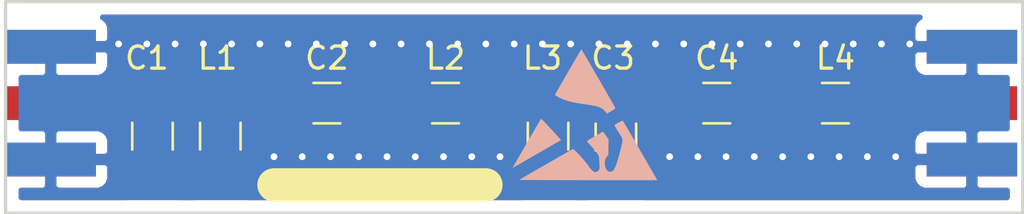
<source format=kicad_pcb>
(kicad_pcb (version 20171130) (host pcbnew "(5.0.1)-4")

  (general
    (thickness 1.6)
    (drawings 6)
    (tracks 113)
    (zones 0)
    (modules 11)
    (nets 7)
  )

  (page A4)
  (layers
    (0 F.Cu signal)
    (31 B.Cu signal)
    (32 B.Adhes user)
    (33 F.Adhes user)
    (34 B.Paste user)
    (35 F.Paste user)
    (36 B.SilkS user)
    (37 F.SilkS user)
    (38 B.Mask user)
    (39 F.Mask user)
    (40 Dwgs.User user)
    (41 Cmts.User user)
    (42 Eco1.User user)
    (43 Eco2.User user)
    (44 Edge.Cuts user)
    (45 Margin user)
    (46 B.CrtYd user)
    (47 F.CrtYd user)
    (48 B.Fab user)
    (49 F.Fab user)
  )

  (setup
    (last_trace_width 0.2032)
    (trace_clearance 0.2032)
    (zone_clearance 0.508)
    (zone_45_only no)
    (trace_min 0.2032)
    (segment_width 0.2)
    (edge_width 0.15)
    (via_size 0.6096)
    (via_drill 0.3048)
    (via_min_size 0.6096)
    (via_min_drill 0.3048)
    (uvia_size 0.3)
    (uvia_drill 0.1)
    (uvias_allowed no)
    (uvia_min_size 0.2)
    (uvia_min_drill 0.1)
    (pcb_text_width 0.3)
    (pcb_text_size 1.5 1.5)
    (mod_edge_width 0.15)
    (mod_text_size 1 1)
    (mod_text_width 0.15)
    (pad_size 1.524 1.524)
    (pad_drill 0.762)
    (pad_to_mask_clearance 0.051)
    (solder_mask_min_width 0.25)
    (aux_axis_origin 0 0)
    (grid_origin 52.07 132.715)
    (visible_elements 7FFFFFFF)
    (pcbplotparams
      (layerselection 0x010fc_ffffffff)
      (usegerberextensions false)
      (usegerberattributes false)
      (usegerberadvancedattributes false)
      (creategerberjobfile false)
      (excludeedgelayer true)
      (linewidth 0.100000)
      (plotframeref false)
      (viasonmask false)
      (mode 1)
      (useauxorigin false)
      (hpglpennumber 1)
      (hpglpenspeed 20)
      (hpglpendiameter 15.000000)
      (psnegative false)
      (psa4output false)
      (plotreference true)
      (plotvalue true)
      (plotinvisibletext false)
      (padsonsilk false)
      (subtractmaskfromsilk false)
      (outputformat 1)
      (mirror false)
      (drillshape 1)
      (scaleselection 1)
      (outputdirectory ""))
  )

  (net 0 "")
  (net 1 "Net-(C1-Pad1)")
  (net 2 GND)
  (net 3 "Net-(C2-Pad2)")
  (net 4 "Net-(C3-Pad1)")
  (net 5 "Net-(C4-Pad2)")
  (net 6 "Net-(J2-Pad1)")

  (net_class Default "This is the default net class."
    (clearance 0.2032)
    (trace_width 0.2032)
    (via_dia 0.6096)
    (via_drill 0.3048)
    (uvia_dia 0.3)
    (uvia_drill 0.1)
    (diff_pair_gap 0.2032)
    (diff_pair_width 0.2032)
    (add_net GND)
  )

  (net_class 50Ohm ""
    (clearance 0.37)
    (trace_width 1.8)
    (via_dia 0.6096)
    (via_drill 0.3048)
    (uvia_dia 0.3)
    (uvia_drill 0.1)
    (diff_pair_gap 0.2032)
    (diff_pair_width 0.2032)
    (add_net "Net-(C1-Pad1)")
    (add_net "Net-(C2-Pad2)")
    (add_net "Net-(C3-Pad1)")
    (add_net "Net-(C4-Pad2)")
    (add_net "Net-(J2-Pad1)")
  )

  (module Capacitor_SMD:C_1206_3216Metric_Pad1.42x1.75mm_HandSolder (layer F.Cu) (tedit 5B301BBE) (tstamp 5C245C31)
    (at 58.674 129.2495 270)
    (descr "Capacitor SMD 1206 (3216 Metric), square (rectangular) end terminal, IPC_7351 nominal with elongated pad for handsoldering. (Body size source: http://www.tortai-tech.com/upload/download/2011102023233369053.pdf), generated with kicad-footprint-generator")
    (tags "capacitor handsolder")
    (path /5C17E01E)
    (attr smd)
    (fp_text reference C1 (at -3.5195 0.254) (layer F.SilkS)
      (effects (font (size 1 1) (thickness 0.15)))
    )
    (fp_text value C (at 0 1.82 270) (layer F.Fab)
      (effects (font (size 1 1) (thickness 0.15)))
    )
    (fp_line (start -1.6 0.8) (end -1.6 -0.8) (layer F.Fab) (width 0.1))
    (fp_line (start -1.6 -0.8) (end 1.6 -0.8) (layer F.Fab) (width 0.1))
    (fp_line (start 1.6 -0.8) (end 1.6 0.8) (layer F.Fab) (width 0.1))
    (fp_line (start 1.6 0.8) (end -1.6 0.8) (layer F.Fab) (width 0.1))
    (fp_line (start -0.602064 -0.91) (end 0.602064 -0.91) (layer F.SilkS) (width 0.12))
    (fp_line (start -0.602064 0.91) (end 0.602064 0.91) (layer F.SilkS) (width 0.12))
    (fp_line (start -2.45 1.12) (end -2.45 -1.12) (layer F.CrtYd) (width 0.05))
    (fp_line (start -2.45 -1.12) (end 2.45 -1.12) (layer F.CrtYd) (width 0.05))
    (fp_line (start 2.45 -1.12) (end 2.45 1.12) (layer F.CrtYd) (width 0.05))
    (fp_line (start 2.45 1.12) (end -2.45 1.12) (layer F.CrtYd) (width 0.05))
    (fp_text user %R (at 0 0 270) (layer F.Fab)
      (effects (font (size 0.8 0.8) (thickness 0.12)))
    )
    (pad 1 smd roundrect (at -1.4875 0 270) (size 1.425 1.75) (layers F.Cu F.Paste F.Mask) (roundrect_rratio 0.175439)
      (net 1 "Net-(C1-Pad1)"))
    (pad 2 smd roundrect (at 1.4875 0 270) (size 1.425 1.75) (layers F.Cu F.Paste F.Mask) (roundrect_rratio 0.175439)
      (net 2 GND))
    (model ${KISYS3DMOD}/Capacitor_SMD.3dshapes/C_1206_3216Metric.wrl
      (at (xyz 0 0 0))
      (scale (xyz 1 1 1))
      (rotate (xyz 0 0 0))
    )
  )

  (module Capacitor_SMD:C_1206_3216Metric_Pad1.42x1.75mm_HandSolder (layer F.Cu) (tedit 5B301BBE) (tstamp 5C245C42)
    (at 66.5115 127.762)
    (descr "Capacitor SMD 1206 (3216 Metric), square (rectangular) end terminal, IPC_7351 nominal with elongated pad for handsoldering. (Body size source: http://www.tortai-tech.com/upload/download/2011102023233369053.pdf), generated with kicad-footprint-generator")
    (tags "capacitor handsolder")
    (path /5C17E2A0)
    (attr smd)
    (fp_text reference C2 (at 0 -2.032) (layer F.SilkS)
      (effects (font (size 1 1) (thickness 0.15)))
    )
    (fp_text value C (at 0 1.82) (layer F.Fab)
      (effects (font (size 1 1) (thickness 0.15)))
    )
    (fp_text user %R (at 0 0) (layer F.Fab)
      (effects (font (size 0.8 0.8) (thickness 0.12)))
    )
    (fp_line (start 2.45 1.12) (end -2.45 1.12) (layer F.CrtYd) (width 0.05))
    (fp_line (start 2.45 -1.12) (end 2.45 1.12) (layer F.CrtYd) (width 0.05))
    (fp_line (start -2.45 -1.12) (end 2.45 -1.12) (layer F.CrtYd) (width 0.05))
    (fp_line (start -2.45 1.12) (end -2.45 -1.12) (layer F.CrtYd) (width 0.05))
    (fp_line (start -0.602064 0.91) (end 0.602064 0.91) (layer F.SilkS) (width 0.12))
    (fp_line (start -0.602064 -0.91) (end 0.602064 -0.91) (layer F.SilkS) (width 0.12))
    (fp_line (start 1.6 0.8) (end -1.6 0.8) (layer F.Fab) (width 0.1))
    (fp_line (start 1.6 -0.8) (end 1.6 0.8) (layer F.Fab) (width 0.1))
    (fp_line (start -1.6 -0.8) (end 1.6 -0.8) (layer F.Fab) (width 0.1))
    (fp_line (start -1.6 0.8) (end -1.6 -0.8) (layer F.Fab) (width 0.1))
    (pad 2 smd roundrect (at 1.4875 0) (size 1.425 1.75) (layers F.Cu F.Paste F.Mask) (roundrect_rratio 0.175439)
      (net 3 "Net-(C2-Pad2)"))
    (pad 1 smd roundrect (at -1.4875 0) (size 1.425 1.75) (layers F.Cu F.Paste F.Mask) (roundrect_rratio 0.175439)
      (net 1 "Net-(C1-Pad1)"))
    (model ${KISYS3DMOD}/Capacitor_SMD.3dshapes/C_1206_3216Metric.wrl
      (at (xyz 0 0 0))
      (scale (xyz 1 1 1))
      (rotate (xyz 0 0 0))
    )
  )

  (module Capacitor_SMD:C_1206_3216Metric_Pad1.42x1.75mm_HandSolder (layer F.Cu) (tedit 5B301BBE) (tstamp 5C245C53)
    (at 79.502 129.286 270)
    (descr "Capacitor SMD 1206 (3216 Metric), square (rectangular) end terminal, IPC_7351 nominal with elongated pad for handsoldering. (Body size source: http://www.tortai-tech.com/upload/download/2011102023233369053.pdf), generated with kicad-footprint-generator")
    (tags "capacitor handsolder")
    (path /5C17E42B)
    (attr smd)
    (fp_text reference C3 (at -3.556 0.127) (layer F.SilkS)
      (effects (font (size 1 1) (thickness 0.15)))
    )
    (fp_text value C (at 0 1.82 270) (layer F.Fab)
      (effects (font (size 1 1) (thickness 0.15)))
    )
    (fp_line (start -1.6 0.8) (end -1.6 -0.8) (layer F.Fab) (width 0.1))
    (fp_line (start -1.6 -0.8) (end 1.6 -0.8) (layer F.Fab) (width 0.1))
    (fp_line (start 1.6 -0.8) (end 1.6 0.8) (layer F.Fab) (width 0.1))
    (fp_line (start 1.6 0.8) (end -1.6 0.8) (layer F.Fab) (width 0.1))
    (fp_line (start -0.602064 -0.91) (end 0.602064 -0.91) (layer F.SilkS) (width 0.12))
    (fp_line (start -0.602064 0.91) (end 0.602064 0.91) (layer F.SilkS) (width 0.12))
    (fp_line (start -2.45 1.12) (end -2.45 -1.12) (layer F.CrtYd) (width 0.05))
    (fp_line (start -2.45 -1.12) (end 2.45 -1.12) (layer F.CrtYd) (width 0.05))
    (fp_line (start 2.45 -1.12) (end 2.45 1.12) (layer F.CrtYd) (width 0.05))
    (fp_line (start 2.45 1.12) (end -2.45 1.12) (layer F.CrtYd) (width 0.05))
    (fp_text user %R (at 0 0 270) (layer F.Fab)
      (effects (font (size 0.8 0.8) (thickness 0.12)))
    )
    (pad 1 smd roundrect (at -1.4875 0 270) (size 1.425 1.75) (layers F.Cu F.Paste F.Mask) (roundrect_rratio 0.175439)
      (net 4 "Net-(C3-Pad1)"))
    (pad 2 smd roundrect (at 1.4875 0 270) (size 1.425 1.75) (layers F.Cu F.Paste F.Mask) (roundrect_rratio 0.175439)
      (net 2 GND))
    (model ${KISYS3DMOD}/Capacitor_SMD.3dshapes/C_1206_3216Metric.wrl
      (at (xyz 0 0 0))
      (scale (xyz 1 1 1))
      (rotate (xyz 0 0 0))
    )
  )

  (module Capacitor_SMD:C_1206_3216Metric_Pad1.42x1.75mm_HandSolder (layer F.Cu) (tedit 5B301BBE) (tstamp 5C245C64)
    (at 84.0375 127.762)
    (descr "Capacitor SMD 1206 (3216 Metric), square (rectangular) end terminal, IPC_7351 nominal with elongated pad for handsoldering. (Body size source: http://www.tortai-tech.com/upload/download/2011102023233369053.pdf), generated with kicad-footprint-generator")
    (tags "capacitor handsolder")
    (path /5C17E4E3)
    (attr smd)
    (fp_text reference C4 (at 0 -2.032) (layer F.SilkS)
      (effects (font (size 1 1) (thickness 0.15)))
    )
    (fp_text value C (at 0 1.82) (layer F.Fab)
      (effects (font (size 1 1) (thickness 0.15)))
    )
    (fp_text user %R (at 2.604999 0) (layer F.Fab)
      (effects (font (size 0.8 0.8) (thickness 0.12)))
    )
    (fp_line (start 2.45 1.12) (end -2.45 1.12) (layer F.CrtYd) (width 0.05))
    (fp_line (start 2.45 -1.12) (end 2.45 1.12) (layer F.CrtYd) (width 0.05))
    (fp_line (start -2.45 -1.12) (end 2.45 -1.12) (layer F.CrtYd) (width 0.05))
    (fp_line (start -2.45 1.12) (end -2.45 -1.12) (layer F.CrtYd) (width 0.05))
    (fp_line (start -0.602064 0.91) (end 0.602064 0.91) (layer F.SilkS) (width 0.12))
    (fp_line (start -0.602064 -0.91) (end 0.602064 -0.91) (layer F.SilkS) (width 0.12))
    (fp_line (start 1.6 0.8) (end -1.6 0.8) (layer F.Fab) (width 0.1))
    (fp_line (start 1.6 -0.8) (end 1.6 0.8) (layer F.Fab) (width 0.1))
    (fp_line (start -1.6 -0.8) (end 1.6 -0.8) (layer F.Fab) (width 0.1))
    (fp_line (start -1.6 0.8) (end -1.6 -0.8) (layer F.Fab) (width 0.1))
    (pad 2 smd roundrect (at 1.4875 0) (size 1.425 1.75) (layers F.Cu F.Paste F.Mask) (roundrect_rratio 0.175439)
      (net 5 "Net-(C4-Pad2)"))
    (pad 1 smd roundrect (at -1.4875 0) (size 1.425 1.75) (layers F.Cu F.Paste F.Mask) (roundrect_rratio 0.175439)
      (net 4 "Net-(C3-Pad1)"))
    (model ${KISYS3DMOD}/Capacitor_SMD.3dshapes/C_1206_3216Metric.wrl
      (at (xyz 0 0 0))
      (scale (xyz 1 1 1))
      (rotate (xyz 0 0 0))
    )
  )

  (module Inductor_SMD:L_1206_3216Metric_Pad1.42x1.75mm_HandSolder (layer F.Cu) (tedit 5B301BBE) (tstamp 5C245E84)
    (at 61.722 129.2495 270)
    (descr "Capacitor SMD 1206 (3216 Metric), square (rectangular) end terminal, IPC_7351 nominal with elongated pad for handsoldering. (Body size source: http://www.tortai-tech.com/upload/download/2011102023233369053.pdf), generated with kicad-footprint-generator")
    (tags "inductor handsolder")
    (path /5C17E0AC)
    (attr smd)
    (fp_text reference L1 (at -3.5195 0.127) (layer F.SilkS)
      (effects (font (size 1 1) (thickness 0.15)))
    )
    (fp_text value L (at 0 1.82 270) (layer F.Fab)
      (effects (font (size 1 1) (thickness 0.15)))
    )
    (fp_line (start -1.6 0.8) (end -1.6 -0.8) (layer F.Fab) (width 0.1))
    (fp_line (start -1.6 -0.8) (end 1.6 -0.8) (layer F.Fab) (width 0.1))
    (fp_line (start 1.6 -0.8) (end 1.6 0.8) (layer F.Fab) (width 0.1))
    (fp_line (start 1.6 0.8) (end -1.6 0.8) (layer F.Fab) (width 0.1))
    (fp_line (start -0.602064 -0.91) (end 0.602064 -0.91) (layer F.SilkS) (width 0.12))
    (fp_line (start -0.602064 0.91) (end 0.602064 0.91) (layer F.SilkS) (width 0.12))
    (fp_line (start -2.45 1.12) (end -2.45 -1.12) (layer F.CrtYd) (width 0.05))
    (fp_line (start -2.45 -1.12) (end 2.45 -1.12) (layer F.CrtYd) (width 0.05))
    (fp_line (start 2.45 -1.12) (end 2.45 1.12) (layer F.CrtYd) (width 0.05))
    (fp_line (start 2.45 1.12) (end -2.45 1.12) (layer F.CrtYd) (width 0.05))
    (fp_text user %R (at 0 0 270) (layer F.Fab)
      (effects (font (size 0.8 0.8) (thickness 0.12)))
    )
    (pad 1 smd roundrect (at -1.4875 0 270) (size 1.425 1.75) (layers F.Cu F.Paste F.Mask) (roundrect_rratio 0.175439)
      (net 1 "Net-(C1-Pad1)"))
    (pad 2 smd roundrect (at 1.4875 0 270) (size 1.425 1.75) (layers F.Cu F.Paste F.Mask) (roundrect_rratio 0.175439)
      (net 2 GND))
    (model ${KISYS3DMOD}/Inductor_SMD.3dshapes/L_1206_3216Metric.wrl
      (at (xyz 0 0 0))
      (scale (xyz 1 1 1))
      (rotate (xyz 0 0 0))
    )
  )

  (module Inductor_SMD:L_1206_3216Metric_Pad1.42x1.75mm_HandSolder (layer F.Cu) (tedit 5B301BBE) (tstamp 5C245C86)
    (at 71.8455 127.762)
    (descr "Capacitor SMD 1206 (3216 Metric), square (rectangular) end terminal, IPC_7351 nominal with elongated pad for handsoldering. (Body size source: http://www.tortai-tech.com/upload/download/2011102023233369053.pdf), generated with kicad-footprint-generator")
    (tags "inductor handsolder")
    (path /5C17E23C)
    (attr smd)
    (fp_text reference L2 (at 0 -2.032) (layer F.SilkS)
      (effects (font (size 1 1) (thickness 0.15)))
    )
    (fp_text value L (at 0 1.82) (layer F.Fab)
      (effects (font (size 1 1) (thickness 0.15)))
    )
    (fp_text user %R (at 0 0) (layer F.Fab)
      (effects (font (size 0.8 0.8) (thickness 0.12)))
    )
    (fp_line (start 2.45 1.12) (end -2.45 1.12) (layer F.CrtYd) (width 0.05))
    (fp_line (start 2.45 -1.12) (end 2.45 1.12) (layer F.CrtYd) (width 0.05))
    (fp_line (start -2.45 -1.12) (end 2.45 -1.12) (layer F.CrtYd) (width 0.05))
    (fp_line (start -2.45 1.12) (end -2.45 -1.12) (layer F.CrtYd) (width 0.05))
    (fp_line (start -0.602064 0.91) (end 0.602064 0.91) (layer F.SilkS) (width 0.12))
    (fp_line (start -0.602064 -0.91) (end 0.602064 -0.91) (layer F.SilkS) (width 0.12))
    (fp_line (start 1.6 0.8) (end -1.6 0.8) (layer F.Fab) (width 0.1))
    (fp_line (start 1.6 -0.8) (end 1.6 0.8) (layer F.Fab) (width 0.1))
    (fp_line (start -1.6 -0.8) (end 1.6 -0.8) (layer F.Fab) (width 0.1))
    (fp_line (start -1.6 0.8) (end -1.6 -0.8) (layer F.Fab) (width 0.1))
    (pad 2 smd roundrect (at 1.4875 0) (size 1.425 1.75) (layers F.Cu F.Paste F.Mask) (roundrect_rratio 0.175439)
      (net 4 "Net-(C3-Pad1)"))
    (pad 1 smd roundrect (at -1.4875 0) (size 1.425 1.75) (layers F.Cu F.Paste F.Mask) (roundrect_rratio 0.175439)
      (net 3 "Net-(C2-Pad2)"))
    (model ${KISYS3DMOD}/Inductor_SMD.3dshapes/L_1206_3216Metric.wrl
      (at (xyz 0 0 0))
      (scale (xyz 1 1 1))
      (rotate (xyz 0 0 0))
    )
  )

  (module Inductor_SMD:L_1206_3216Metric_Pad1.42x1.75mm_HandSolder (layer F.Cu) (tedit 5B301BBE) (tstamp 5C245C97)
    (at 76.454 129.2495 270)
    (descr "Capacitor SMD 1206 (3216 Metric), square (rectangular) end terminal, IPC_7351 nominal with elongated pad for handsoldering. (Body size source: http://www.tortai-tech.com/upload/download/2011102023233369053.pdf), generated with kicad-footprint-generator")
    (tags "inductor handsolder")
    (path /5C17E483)
    (attr smd)
    (fp_text reference L3 (at -3.5195 0.254) (layer F.SilkS)
      (effects (font (size 1 1) (thickness 0.15)))
    )
    (fp_text value L (at 0 1.82 270) (layer F.Fab)
      (effects (font (size 1 1) (thickness 0.15)))
    )
    (fp_line (start -1.6 0.8) (end -1.6 -0.8) (layer F.Fab) (width 0.1))
    (fp_line (start -1.6 -0.8) (end 1.6 -0.8) (layer F.Fab) (width 0.1))
    (fp_line (start 1.6 -0.8) (end 1.6 0.8) (layer F.Fab) (width 0.1))
    (fp_line (start 1.6 0.8) (end -1.6 0.8) (layer F.Fab) (width 0.1))
    (fp_line (start -0.602064 -0.91) (end 0.602064 -0.91) (layer F.SilkS) (width 0.12))
    (fp_line (start -0.602064 0.91) (end 0.602064 0.91) (layer F.SilkS) (width 0.12))
    (fp_line (start -2.45 1.12) (end -2.45 -1.12) (layer F.CrtYd) (width 0.05))
    (fp_line (start -2.45 -1.12) (end 2.45 -1.12) (layer F.CrtYd) (width 0.05))
    (fp_line (start 2.45 -1.12) (end 2.45 1.12) (layer F.CrtYd) (width 0.05))
    (fp_line (start 2.45 1.12) (end -2.45 1.12) (layer F.CrtYd) (width 0.05))
    (fp_text user %R (at 0 0 270) (layer F.Fab)
      (effects (font (size 0.8 0.8) (thickness 0.12)))
    )
    (pad 1 smd roundrect (at -1.4875 0 270) (size 1.425 1.75) (layers F.Cu F.Paste F.Mask) (roundrect_rratio 0.175439)
      (net 4 "Net-(C3-Pad1)"))
    (pad 2 smd roundrect (at 1.4875 0 270) (size 1.425 1.75) (layers F.Cu F.Paste F.Mask) (roundrect_rratio 0.175439)
      (net 2 GND))
    (model ${KISYS3DMOD}/Inductor_SMD.3dshapes/L_1206_3216Metric.wrl
      (at (xyz 0 0 0))
      (scale (xyz 1 1 1))
      (rotate (xyz 0 0 0))
    )
  )

  (module Inductor_SMD:L_1206_3216Metric_Pad1.42x1.75mm_HandSolder (layer F.Cu) (tedit 5B301BBE) (tstamp 5C245CA8)
    (at 89.3715 127.762)
    (descr "Capacitor SMD 1206 (3216 Metric), square (rectangular) end terminal, IPC_7351 nominal with elongated pad for handsoldering. (Body size source: http://www.tortai-tech.com/upload/download/2011102023233369053.pdf), generated with kicad-footprint-generator")
    (tags "inductor handsolder")
    (path /5C17E53B)
    (attr smd)
    (fp_text reference L4 (at 0 -2.032) (layer F.SilkS)
      (effects (font (size 1 1) (thickness 0.15)))
    )
    (fp_text value L (at 0 1.82) (layer F.Fab)
      (effects (font (size 1 1) (thickness 0.15)))
    )
    (fp_text user %R (at 0 0) (layer F.Fab)
      (effects (font (size 0.8 0.8) (thickness 0.12)))
    )
    (fp_line (start 2.45 1.12) (end -2.45 1.12) (layer F.CrtYd) (width 0.05))
    (fp_line (start 2.45 -1.12) (end 2.45 1.12) (layer F.CrtYd) (width 0.05))
    (fp_line (start -2.45 -1.12) (end 2.45 -1.12) (layer F.CrtYd) (width 0.05))
    (fp_line (start -2.45 1.12) (end -2.45 -1.12) (layer F.CrtYd) (width 0.05))
    (fp_line (start -0.602064 0.91) (end 0.602064 0.91) (layer F.SilkS) (width 0.12))
    (fp_line (start -0.602064 -0.91) (end 0.602064 -0.91) (layer F.SilkS) (width 0.12))
    (fp_line (start 1.6 0.8) (end -1.6 0.8) (layer F.Fab) (width 0.1))
    (fp_line (start 1.6 -0.8) (end 1.6 0.8) (layer F.Fab) (width 0.1))
    (fp_line (start -1.6 -0.8) (end 1.6 -0.8) (layer F.Fab) (width 0.1))
    (fp_line (start -1.6 0.8) (end -1.6 -0.8) (layer F.Fab) (width 0.1))
    (pad 2 smd roundrect (at 1.4875 0) (size 1.425 1.75) (layers F.Cu F.Paste F.Mask) (roundrect_rratio 0.175439)
      (net 6 "Net-(J2-Pad1)"))
    (pad 1 smd roundrect (at -1.4875 0) (size 1.425 1.75) (layers F.Cu F.Paste F.Mask) (roundrect_rratio 0.175439)
      (net 5 "Net-(C4-Pad2)"))
    (model ${KISYS3DMOD}/Inductor_SMD.3dshapes/L_1206_3216Metric.wrl
      (at (xyz 0 0 0))
      (scale (xyz 1 1 1))
      (rotate (xyz 0 0 0))
    )
  )

  (module RFLego_Footprint:SMA_Edge (layer F.Cu) (tedit 5C17E584) (tstamp 5C245DC3)
    (at 52.07 127.762)
    (path /5C17DF8A)
    (fp_text reference J1 (at 5.715 -2.667) (layer F.SilkS) hide
      (effects (font (size 1 1) (thickness 0.15)))
    )
    (fp_text value SMA (at 1.27 6.35) (layer F.Fab) hide
      (effects (font (size 1 1) (thickness 0.15)))
    )
    (pad 2 smd rect (at 2.032 2.54) (size 4.064 1.524) (layers F.Cu F.Mask)
      (net 2 GND))
    (pad 2 smd rect (at 2.032 -2.54) (size 4.064 1.524) (layers B.Cu B.Mask)
      (net 2 GND))
    (pad 2 smd rect (at 2.032 2.54) (size 4.064 1.524) (layers B.Cu B.Mask)
      (net 2 GND))
    (pad 2 smd rect (at 2.032 -2.54) (size 4.064 1.524) (layers F.Cu F.Mask)
      (net 2 GND))
    (pad 1 smd rect (at 2.032 0) (size 4.064 1.524) (layers F.Cu F.Mask)
      (net 1 "Net-(C1-Pad1)"))
  )

  (module RFLego_Footprint:SMA_Edge (layer F.Cu) (tedit 5C17E57F) (tstamp 5C245DCC)
    (at 93.472 127.762)
    (path /5C17DF1C)
    (fp_text reference J2 (at -1.397 -2.667) (layer F.SilkS) hide
      (effects (font (size 1 1) (thickness 0.15)))
    )
    (fp_text value SMA (at 1.27 6.35) (layer F.Fab) hide
      (effects (font (size 1 1) (thickness 0.15)))
    )
    (pad 2 smd rect (at 2.032 2.54) (size 4.064 1.524) (layers F.Cu F.Mask)
      (net 2 GND))
    (pad 2 smd rect (at 2.032 -2.54) (size 4.064 1.524) (layers B.Cu B.Mask)
      (net 2 GND))
    (pad 2 smd rect (at 2.032 2.54) (size 4.064 1.524) (layers B.Cu B.Mask)
      (net 2 GND))
    (pad 2 smd rect (at 2.032 -2.54) (size 4.064 1.524) (layers F.Cu F.Mask)
      (net 2 GND))
    (pad 1 smd rect (at 2.032 0) (size 4.064 1.524) (layers F.Cu F.Mask)
      (net 6 "Net-(J2-Pad1)"))
  )

  (module Symbol:ESD-Logo_6.6x6mm_SilkScreen (layer B.Cu) (tedit 0) (tstamp 5C245FF3)
    (at 78.105 128.27 180)
    (descr "Electrostatic discharge Logo")
    (tags "Logo ESD")
    (attr virtual)
    (fp_text reference REF** (at 0 0 180) (layer B.SilkS) hide
      (effects (font (size 1 1) (thickness 0.15)) (justify mirror))
    )
    (fp_text value ESD-Logo_6.6x6mm_SilkScreen (at 0.75 0 180) (layer B.Fab) hide
      (effects (font (size 1 1) (thickness 0.15)) (justify mirror))
    )
    (fp_poly (pts (xy 0.164043 2.914165) (xy 0.187065 2.876755) (xy 0.222534 2.817486) (xy 0.268996 2.738882)
      (xy 0.324996 2.643462) (xy 0.389081 2.53375) (xy 0.459796 2.412266) (xy 0.535687 2.281532)
      (xy 0.615299 2.14407) (xy 0.697178 2.002402) (xy 0.77987 1.859049) (xy 0.861921 1.716533)
      (xy 0.941876 1.577376) (xy 1.018281 1.444099) (xy 1.089682 1.319224) (xy 1.154624 1.205273)
      (xy 1.211653 1.104767) (xy 1.259315 1.020228) (xy 1.296155 0.954178) (xy 1.32072 0.909138)
      (xy 1.331554 0.88763) (xy 1.331951 0.886286) (xy 1.318501 0.868035) (xy 1.281114 0.840118)
      (xy 1.224235 0.805275) (xy 1.152312 0.766246) (xy 1.077015 0.729157) (xy 0.97456 0.684183)
      (xy 0.866817 0.643774) (xy 0.750073 0.607031) (xy 0.620618 0.573058) (xy 0.47474 0.540956)
      (xy 0.308726 0.509827) (xy 0.118866 0.478773) (xy -0.077531 0.449855) (xy -0.248166 0.4242)
      (xy -0.391455 0.398802) (xy -0.510992 0.372398) (xy -0.61037 0.343727) (xy -0.693182 0.311527)
      (xy -0.763022 0.274535) (xy -0.823482 0.231488) (xy -0.878155 0.181125) (xy -0.895786 0.162417)
      (xy -0.934 0.118861) (xy -0.962268 0.083318) (xy -0.975382 0.062417) (xy -0.975732 0.060703)
      (xy -0.98032 0.050194) (xy -0.996242 0.050076) (xy -1.026734 0.061746) (xy -1.075032 0.086604)
      (xy -1.144373 0.126048) (xy -1.192561 0.154413) (xy -1.264417 0.198753) (xy -1.320258 0.236721)
      (xy -1.356333 0.265584) (xy -1.368887 0.282612) (xy -1.368879 0.282736) (xy -1.361094 0.298963)
      (xy -1.339108 0.3396) (xy -1.304197 0.402433) (xy -1.257637 0.485248) (xy -1.200705 0.585828)
      (xy -1.134677 0.70196) (xy -1.060828 0.831429) (xy -0.980436 0.97202) (xy -0.894776 1.121518)
      (xy -0.805124 1.277708) (xy -0.712757 1.438376) (xy -0.618951 1.601307) (xy -0.524982 1.764287)
      (xy -0.432126 1.9251) (xy -0.34166 2.081532) (xy -0.254859 2.231367) (xy -0.173 2.372392)
      (xy -0.097359 2.502391) (xy -0.029213 2.619151) (xy 0.030163 2.720455) (xy 0.079493 2.804089)
      (xy 0.1175 2.867838) (xy 0.142907 2.909489) (xy 0.15444 2.926825) (xy 0.154923 2.927195)
      (xy 0.164043 2.914165)) (layer B.SilkS) (width 0.01))
    (fp_poly (pts (xy 1.987528 -0.234619) (xy 1.998908 -0.253693) (xy 2.024488 -0.297421) (xy 2.063002 -0.363619)
      (xy 2.113186 -0.450102) (xy 2.173775 -0.554685) (xy 2.243503 -0.675183) (xy 2.321107 -0.809412)
      (xy 2.40532 -0.955187) (xy 2.494879 -1.110323) (xy 2.586998 -1.27) (xy 2.681076 -1.433117)
      (xy 2.771402 -1.589709) (xy 2.856665 -1.737506) (xy 2.935557 -1.87424) (xy 3.006769 -1.997642)
      (xy 3.068991 -2.105444) (xy 3.120913 -2.195377) (xy 3.161228 -2.265173) (xy 3.188624 -2.312564)
      (xy 3.201507 -2.334786) (xy 3.222507 -2.37233) (xy 3.233925 -2.395831) (xy 3.234551 -2.39992)
      (xy 3.220636 -2.392242) (xy 3.181941 -2.370203) (xy 3.120487 -2.334971) (xy 3.038298 -2.287711)
      (xy 2.937396 -2.229589) (xy 2.819805 -2.161771) (xy 2.687546 -2.085424) (xy 2.542642 -2.001714)
      (xy 2.387117 -1.911806) (xy 2.222992 -1.816867) (xy 2.160549 -1.780732) (xy 1.993487 -1.684083)
      (xy 1.834074 -1.591938) (xy 1.684355 -1.505475) (xy 1.546376 -1.425871) (xy 1.422185 -1.354305)
      (xy 1.313827 -1.291955) (xy 1.223348 -1.239998) (xy 1.152796 -1.199613) (xy 1.104215 -1.171978)
      (xy 1.079654 -1.158272) (xy 1.077085 -1.156974) (xy 1.084569 -1.14522) (xy 1.110614 -1.113795)
      (xy 1.152559 -1.065594) (xy 1.207746 -1.00351) (xy 1.273517 -0.930439) (xy 1.347212 -0.849276)
      (xy 1.426173 -0.762916) (xy 1.50774 -0.674253) (xy 1.589254 -0.586182) (xy 1.668057 -0.501599)
      (xy 1.74149 -0.423397) (xy 1.806893 -0.354472) (xy 1.861608 -0.297719) (xy 1.902977 -0.256032)
      (xy 1.917164 -0.242363) (xy 1.96418 -0.198201) (xy 1.987528 -0.234619)) (layer B.SilkS) (width 0.01))
    (fp_poly (pts (xy -1.677906 -0.291158) (xy -1.645381 -0.303736) (xy -1.595807 -0.328712) (xy -1.524626 -0.367876)
      (xy -1.519084 -0.370988) (xy -1.453526 -0.408476) (xy -1.398202 -0.441319) (xy -1.358545 -0.466205)
      (xy -1.339988 -0.47982) (xy -1.339469 -0.480487) (xy -1.343952 -0.49939) (xy -1.364514 -0.541605)
      (xy -1.399817 -0.604832) (xy -1.44852 -0.686772) (xy -1.509282 -0.785122) (xy -1.580764 -0.897585)
      (xy -1.598555 -0.925165) (xy -1.644907 -1.001699) (xy -1.678658 -1.067556) (xy -1.696847 -1.116782)
      (xy -1.698714 -1.126507) (xy -1.697885 -1.169312) (xy -1.688606 -1.237209) (xy -1.672032 -1.325843)
      (xy -1.64932 -1.430859) (xy -1.621627 -1.547902) (xy -1.59011 -1.672616) (xy -1.555925 -1.800645)
      (xy -1.520229 -1.927634) (xy -1.484179 -2.049228) (xy -1.448932 -2.161072) (xy -1.415644 -2.25881)
      (xy -1.385472 -2.338087) (xy -1.364439 -2.385122) (xy -1.339663 -2.435225) (xy -1.31627 -2.483168)
      (xy -1.315003 -2.485793) (xy -1.276301 -2.53422) (xy -1.219816 -2.566828) (xy -1.154061 -2.582454)
      (xy -1.087549 -2.579937) (xy -1.028795 -2.558114) (xy -0.995742 -2.529382) (xy -0.948141 -2.450583)
      (xy -0.913261 -2.352378) (xy -0.894123 -2.244779) (xy -0.891412 -2.18378) (xy -0.90233 -2.069935)
      (xy -0.934376 -1.97566) (xy -0.989274 -1.896379) (xy -1.006393 -1.878733) (xy -1.057339 -1.829235)
      (xy -1.060837 -1.479362) (xy -1.064336 -1.129489) (xy -0.975182 -0.994531) (xy -0.933346 -0.933445)
      (xy -0.893055 -0.878493) (xy -0.860057 -0.837336) (xy -0.845874 -0.822192) (xy -0.805719 -0.78481)
      (xy -0.751335 -0.814098) (xy -0.716961 -0.835084) (xy -0.698154 -0.851378) (xy -0.696951 -0.854307)
      (xy -0.684097 -0.866728) (xy -0.662104 -0.875977) (xy -0.64085 -0.884313) (xy -0.608306 -0.900149)
      (xy -0.561678 -0.925033) (xy -0.498171 -0.960509) (xy -0.414992 -1.008123) (xy -0.309347 -1.069422)
      (xy -0.251938 -1.102932) (xy -0.184406 -1.143071) (xy -0.140115 -1.171659) (xy -0.115145 -1.192039)
      (xy -0.105577 -1.207553) (xy -0.107492 -1.221546) (xy -0.109089 -1.224796) (xy -0.124624 -1.245266)
      (xy -0.157864 -1.283665) (xy -0.204938 -1.335696) (xy -0.261972 -1.397066) (xy -0.3113 -1.44909)
      (xy -0.42497 -1.572567) (xy -0.513895 -1.679591) (xy -0.578866 -1.77124) (xy -0.620679 -1.848588)
      (xy -0.634783 -1.887866) (xy -0.640608 -1.922249) (xy -0.646625 -1.980899) (xy -0.652304 -2.057117)
      (xy -0.657116 -2.144202) (xy -0.659381 -2.199268) (xy -0.662541 -2.294464) (xy -0.663931 -2.364062)
      (xy -0.663142 -2.413409) (xy -0.659765 -2.447854) (xy -0.653392 -2.472743) (xy -0.643613 -2.493425)
      (xy -0.635933 -2.506053) (xy -0.591579 -2.554726) (xy -0.534426 -2.588645) (xy -0.474292 -2.603438)
      (xy -0.429227 -2.598086) (xy -0.388424 -2.57493) (xy -0.337276 -2.533462) (xy -0.282958 -2.480912)
      (xy -0.232643 -2.424516) (xy -0.193506 -2.371505) (xy -0.179095 -2.345889) (xy -0.157509 -2.310814)
      (xy -0.118247 -2.257389) (xy -0.064898 -2.189789) (xy -0.001048 -2.11219) (xy 0.069715 -2.028768)
      (xy 0.143804 -1.943698) (xy 0.217632 -1.861155) (xy 0.287611 -1.785316) (xy 0.350155 -1.720356)
      (xy 0.39926 -1.672669) (xy 0.453779 -1.625032) (xy 0.499642 -1.589908) (xy 0.531811 -1.570949)
      (xy 0.542489 -1.568864) (xy 0.558853 -1.577274) (xy 0.599671 -1.599846) (xy 0.662586 -1.635224)
      (xy 0.745244 -1.682054) (xy 0.845289 -1.738981) (xy 0.960366 -1.804649) (xy 1.088119 -1.877703)
      (xy 1.226194 -1.956788) (xy 1.372234 -2.040548) (xy 1.523884 -2.127629) (xy 1.67879 -2.216676)
      (xy 1.834595 -2.306332) (xy 1.988944 -2.395243) (xy 2.139482 -2.482054) (xy 2.283854 -2.565409)
      (xy 2.419704 -2.643954) (xy 2.544677 -2.716333) (xy 2.656417 -2.78119) (xy 2.75257 -2.837171)
      (xy 2.830779 -2.88292) (xy 2.888689 -2.917083) (xy 2.923946 -2.938304) (xy 2.934165 -2.944963)
      (xy 2.920402 -2.94628) (xy 2.877104 -2.947559) (xy 2.805714 -2.948796) (xy 2.707673 -2.949983)
      (xy 2.584422 -2.951115) (xy 2.437403 -2.952186) (xy 2.268057 -2.953189) (xy 2.077826 -2.954119)
      (xy 1.868151 -2.954968) (xy 1.640473 -2.955732) (xy 1.396235 -2.956403) (xy 1.136877 -2.956976)
      (xy 0.863841 -2.957444) (xy 0.578568 -2.957802) (xy 0.2825 -2.958042) (xy -0.022921 -2.958159)
      (xy -0.151076 -2.958171) (xy -3.25103 -2.958171) (xy -3.029947 -2.574847) (xy -2.983144 -2.49368)
      (xy -2.922898 -2.389166) (xy -2.851222 -2.264801) (xy -2.770131 -2.124082) (xy -2.681638 -1.970503)
      (xy -2.58776 -1.807562) (xy -2.490509 -1.638754) (xy -2.3919 -1.467575) (xy -2.293947 -1.297521)
      (xy -2.269175 -1.254512) (xy -2.178848 -1.097857) (xy -2.092711 -0.948803) (xy -2.012058 -0.809568)
      (xy -1.938184 -0.682371) (xy -1.872383 -0.569432) (xy -1.81595 -0.472968) (xy -1.770179 -0.3952)
      (xy -1.736365 -0.338346) (xy -1.715802 -0.304625) (xy -1.710047 -0.29604) (xy -1.697942 -0.289189)
      (xy -1.677906 -0.291158)) (layer B.SilkS) (width 0.01))
  )

  (gr_line (start 52.07 123.19) (end 52.705 123.19) (layer Edge.Cuts) (width 0.15))
  (gr_line (start 52.07 132.715) (end 52.07 123.19) (layer Edge.Cuts) (width 0.15))
  (gr_line (start 97.79 132.715) (end 52.07 132.715) (layer Edge.Cuts) (width 0.15))
  (gr_line (start 97.79 123.19) (end 97.79 132.715) (layer Edge.Cuts) (width 0.15))
  (gr_line (start 52.07 123.19) (end 97.79 123.19) (layer Edge.Cuts) (width 0.15))
  (gr_line (start 64.135 131.445) (end 73.66 131.445) (layer F.SilkS) (width 1.5))

  (segment (start 54.102 127.762) (end 58.674 127.762) (width 1.8) (layer F.Cu) (net 1))
  (segment (start 58.674 127.762) (end 61.722 127.762) (width 1.8) (layer F.Cu) (net 1))
  (segment (start 61.722 127.762) (end 65.024 127.762) (width 1.8) (layer F.Cu) (net 1))
  (segment (start 61.722 130.737) (end 63.573 130.737) (width 0.2032) (layer F.Cu) (net 2))
  (via (at 64.135 130.175) (size 0.6096) (drill 0.3048) (layers F.Cu B.Cu) (net 2))
  (segment (start 63.573 130.737) (end 64.135 130.175) (width 0.2032) (layer F.Cu) (net 2))
  (via (at 65.405 130.175) (size 0.6096) (drill 0.3048) (layers F.Cu B.Cu) (net 2))
  (segment (start 64.135 130.175) (end 65.405 130.175) (width 0.2032) (layer B.Cu) (net 2))
  (via (at 66.675 130.175) (size 0.6096) (drill 0.3048) (layers F.Cu B.Cu) (net 2))
  (segment (start 65.405 130.175) (end 66.675 130.175) (width 0.2032) (layer F.Cu) (net 2))
  (via (at 67.945 130.175) (size 0.6096) (drill 0.3048) (layers F.Cu B.Cu) (net 2))
  (segment (start 66.675 130.175) (end 67.945 130.175) (width 0.2032) (layer B.Cu) (net 2))
  (via (at 69.215 130.175) (size 0.6096) (drill 0.3048) (layers F.Cu B.Cu) (net 2))
  (segment (start 67.945 130.175) (end 69.215 130.175) (width 0.2032) (layer F.Cu) (net 2))
  (via (at 70.485 130.175) (size 0.6096) (drill 0.3048) (layers F.Cu B.Cu) (net 2))
  (segment (start 69.215 130.175) (end 70.485 130.175) (width 0.2032) (layer B.Cu) (net 2))
  (via (at 71.755 130.175) (size 0.6096) (drill 0.3048) (layers F.Cu B.Cu) (net 2))
  (segment (start 70.485 130.175) (end 71.755 130.175) (width 0.2032) (layer F.Cu) (net 2))
  (via (at 73.025 130.175) (size 0.6096) (drill 0.3048) (layers F.Cu B.Cu) (net 2))
  (segment (start 71.755 130.175) (end 73.025 130.175) (width 0.2032) (layer B.Cu) (net 2))
  (segment (start 73.025 130.175) (end 74.295 130.175) (width 0.2032) (layer F.Cu) (net 2))
  (via (at 74.295 130.175) (size 0.6096) (drill 0.3048) (layers F.Cu B.Cu) (net 2))
  (via (at 57.15 125.095) (size 0.6096) (drill 0.3048) (layers F.Cu B.Cu) (net 2))
  (segment (start 54.102 125.222) (end 57.023 125.222) (width 0.2032) (layer F.Cu) (net 2))
  (segment (start 57.023 125.222) (end 57.15 125.095) (width 0.2032) (layer F.Cu) (net 2))
  (via (at 58.42 125.095) (size 0.6096) (drill 0.3048) (layers F.Cu B.Cu) (net 2))
  (segment (start 57.15 125.095) (end 58.42 125.095) (width 0.2032) (layer B.Cu) (net 2))
  (via (at 59.69 125.095) (size 0.6096) (drill 0.3048) (layers F.Cu B.Cu) (net 2))
  (segment (start 58.42 125.095) (end 59.69 125.095) (width 0.2032) (layer F.Cu) (net 2))
  (via (at 60.96 125.095) (size 0.6096) (drill 0.3048) (layers F.Cu B.Cu) (net 2))
  (segment (start 59.69 125.095) (end 60.96 125.095) (width 0.2032) (layer B.Cu) (net 2))
  (via (at 62.23 125.095) (size 0.6096) (drill 0.3048) (layers F.Cu B.Cu) (net 2))
  (segment (start 60.96 125.095) (end 62.23 125.095) (width 0.2032) (layer F.Cu) (net 2))
  (via (at 63.5 125.095) (size 0.6096) (drill 0.3048) (layers F.Cu B.Cu) (net 2))
  (segment (start 62.23 125.095) (end 63.5 125.095) (width 0.2032) (layer B.Cu) (net 2))
  (via (at 64.77 125.095) (size 0.6096) (drill 0.3048) (layers F.Cu B.Cu) (net 2))
  (segment (start 63.5 125.095) (end 64.77 125.095) (width 0.2032) (layer F.Cu) (net 2))
  (via (at 66.04 125.095) (size 0.6096) (drill 0.3048) (layers F.Cu B.Cu) (net 2))
  (segment (start 64.77 125.095) (end 66.04 125.095) (width 0.2032) (layer B.Cu) (net 2))
  (via (at 67.31 125.095) (size 0.6096) (drill 0.3048) (layers F.Cu B.Cu) (net 2))
  (segment (start 66.04 125.095) (end 67.31 125.095) (width 0.2032) (layer F.Cu) (net 2))
  (via (at 68.58 125.095) (size 0.6096) (drill 0.3048) (layers F.Cu B.Cu) (net 2))
  (segment (start 67.31 125.095) (end 68.58 125.095) (width 0.2032) (layer B.Cu) (net 2))
  (via (at 69.85 125.095) (size 0.6096) (drill 0.3048) (layers F.Cu B.Cu) (net 2))
  (segment (start 68.58 125.095) (end 69.85 125.095) (width 0.2032) (layer F.Cu) (net 2))
  (via (at 71.12 125.095) (size 0.6096) (drill 0.3048) (layers F.Cu B.Cu) (net 2))
  (segment (start 69.85 125.095) (end 71.12 125.095) (width 0.2032) (layer B.Cu) (net 2))
  (via (at 72.39 125.095) (size 0.6096) (drill 0.3048) (layers F.Cu B.Cu) (net 2))
  (segment (start 71.12 125.095) (end 72.39 125.095) (width 0.2032) (layer F.Cu) (net 2))
  (segment (start 72.39 125.095) (end 73.66 125.095) (width 0.2032) (layer B.Cu) (net 2))
  (via (at 73.66 125.095) (size 0.6096) (drill 0.3048) (layers F.Cu B.Cu) (net 2))
  (via (at 74.93 125.095) (size 0.6096) (drill 0.3048) (layers F.Cu B.Cu) (net 2))
  (segment (start 73.66 125.095) (end 74.93 125.095) (width 0.2032) (layer F.Cu) (net 2))
  (via (at 76.2 125.095) (size 0.6096) (drill 0.3048) (layers F.Cu B.Cu) (net 2))
  (segment (start 74.93 125.095) (end 76.2 125.095) (width 0.2032) (layer B.Cu) (net 2))
  (via (at 77.47 125.095) (size 0.6096) (drill 0.3048) (layers F.Cu B.Cu) (net 2))
  (segment (start 76.2 125.095) (end 77.47 125.095) (width 0.2032) (layer F.Cu) (net 2))
  (via (at 78.74 125.095) (size 0.6096) (drill 0.3048) (layers F.Cu B.Cu) (net 2))
  (segment (start 77.47 125.095) (end 78.74 125.095) (width 0.2032) (layer B.Cu) (net 2))
  (via (at 80.01 125.095) (size 0.6096) (drill 0.3048) (layers F.Cu B.Cu) (net 2))
  (segment (start 78.74 125.095) (end 80.01 125.095) (width 0.2032) (layer F.Cu) (net 2))
  (via (at 81.28 125.095) (size 0.6096) (drill 0.3048) (layers F.Cu B.Cu) (net 2))
  (segment (start 80.01 125.095) (end 81.28 125.095) (width 0.2032) (layer B.Cu) (net 2))
  (via (at 82.55 125.095) (size 0.6096) (drill 0.3048) (layers F.Cu B.Cu) (net 2))
  (segment (start 81.28 125.095) (end 82.55 125.095) (width 0.2032) (layer F.Cu) (net 2))
  (via (at 83.82 125.095) (size 0.6096) (drill 0.3048) (layers F.Cu B.Cu) (net 2))
  (segment (start 82.55 125.095) (end 83.82 125.095) (width 0.2032) (layer B.Cu) (net 2))
  (via (at 85.09 125.095) (size 0.6096) (drill 0.3048) (layers F.Cu B.Cu) (net 2))
  (segment (start 83.82 125.095) (end 85.09 125.095) (width 0.2032) (layer F.Cu) (net 2))
  (via (at 86.36 125.095) (size 0.6096) (drill 0.3048) (layers F.Cu B.Cu) (net 2))
  (segment (start 85.09 125.095) (end 86.36 125.095) (width 0.2032) (layer B.Cu) (net 2))
  (via (at 87.63 125.095) (size 0.6096) (drill 0.3048) (layers F.Cu B.Cu) (net 2))
  (segment (start 86.36 125.095) (end 87.63 125.095) (width 0.2032) (layer F.Cu) (net 2))
  (via (at 88.9 125.095) (size 0.6096) (drill 0.3048) (layers F.Cu B.Cu) (net 2))
  (segment (start 87.63 125.095) (end 88.9 125.095) (width 0.2032) (layer B.Cu) (net 2))
  (via (at 90.17 125.095) (size 0.6096) (drill 0.3048) (layers F.Cu B.Cu) (net 2))
  (segment (start 88.9 125.095) (end 90.17 125.095) (width 0.2032) (layer F.Cu) (net 2))
  (via (at 91.44 125.095) (size 0.6096) (drill 0.3048) (layers F.Cu B.Cu) (net 2))
  (segment (start 90.17 125.095) (end 91.44 125.095) (width 0.2032) (layer B.Cu) (net 2))
  (via (at 92.71 125.095) (size 0.6096) (drill 0.3048) (layers F.Cu B.Cu) (net 2))
  (segment (start 91.44 125.095) (end 92.71 125.095) (width 0.2032) (layer F.Cu) (net 2))
  (segment (start 95.377 125.095) (end 95.504 125.222) (width 0.2032) (layer B.Cu) (net 2))
  (segment (start 92.71 125.095) (end 95.377 125.095) (width 0.2032) (layer B.Cu) (net 2))
  (segment (start 79.502 130.7735) (end 80.6815 130.7735) (width 0.2032) (layer F.Cu) (net 2))
  (via (at 81.915 130.175) (size 0.6096) (drill 0.3048) (layers F.Cu B.Cu) (net 2))
  (segment (start 79.502 130.7735) (end 81.3165 130.7735) (width 0.2032) (layer F.Cu) (net 2))
  (segment (start 81.3165 130.7735) (end 81.915 130.175) (width 0.2032) (layer F.Cu) (net 2))
  (via (at 83.185 130.175) (size 0.6096) (drill 0.3048) (layers F.Cu B.Cu) (net 2))
  (segment (start 81.915 130.175) (end 83.185 130.175) (width 0.2032) (layer B.Cu) (net 2))
  (via (at 84.455 130.175) (size 0.6096) (drill 0.3048) (layers F.Cu B.Cu) (net 2))
  (segment (start 83.185 130.175) (end 84.455 130.175) (width 0.2032) (layer F.Cu) (net 2))
  (via (at 85.725 130.175) (size 0.6096) (drill 0.3048) (layers F.Cu B.Cu) (net 2))
  (segment (start 84.455 130.175) (end 85.725 130.175) (width 0.2032) (layer B.Cu) (net 2))
  (via (at 86.995 130.175) (size 0.6096) (drill 0.3048) (layers F.Cu B.Cu) (net 2))
  (segment (start 85.725 130.175) (end 86.995 130.175) (width 0.2032) (layer F.Cu) (net 2))
  (via (at 88.265 130.175) (size 0.6096) (drill 0.3048) (layers F.Cu B.Cu) (net 2))
  (segment (start 86.995 130.175) (end 88.265 130.175) (width 0.2032) (layer B.Cu) (net 2))
  (via (at 89.535 130.175) (size 0.6096) (drill 0.3048) (layers F.Cu B.Cu) (net 2))
  (segment (start 88.265 130.175) (end 89.535 130.175) (width 0.2032) (layer F.Cu) (net 2))
  (via (at 90.805 130.175) (size 0.6096) (drill 0.3048) (layers F.Cu B.Cu) (net 2))
  (segment (start 89.535 130.175) (end 90.805 130.175) (width 0.2032) (layer B.Cu) (net 2))
  (via (at 92.075 130.175) (size 0.6096) (drill 0.3048) (layers F.Cu B.Cu) (net 2))
  (segment (start 90.805 130.175) (end 92.075 130.175) (width 0.2032) (layer F.Cu) (net 2))
  (segment (start 95.377 130.175) (end 95.504 130.302) (width 0.2032) (layer B.Cu) (net 2))
  (segment (start 92.075 130.175) (end 95.377 130.175) (width 0.2032) (layer B.Cu) (net 2))
  (segment (start 67.999 127.762) (end 70.358 127.762) (width 1.8) (layer F.Cu) (net 3))
  (segment (start 73.333 127.762) (end 76.454 127.762) (width 1.8) (layer F.Cu) (net 4))
  (segment (start 76.4905 127.7985) (end 76.454 127.762) (width 1.8) (layer F.Cu) (net 4))
  (segment (start 79.502 127.7985) (end 76.4905 127.7985) (width 1.8) (layer F.Cu) (net 4))
  (segment (start 82.5135 127.7985) (end 82.55 127.762) (width 1.8) (layer F.Cu) (net 4))
  (segment (start 79.502 127.7985) (end 82.5135 127.7985) (width 1.8) (layer F.Cu) (net 4))
  (segment (start 85.525 127.762) (end 87.884 127.762) (width 1.8) (layer F.Cu) (net 5))
  (segment (start 90.859 127.762) (end 95.504 127.762) (width 1.8) (layer F.Cu) (net 6))

  (zone (net 2) (net_name GND) (layer F.Cu) (tstamp 0) (hatch edge 0.508)
    (connect_pads (clearance 0.508))
    (min_thickness 0.254)
    (fill yes (arc_segments 16) (thermal_gap 0.508) (thermal_bridge_width 0.508))
    (polygon
      (pts
        (xy 52.07 123.19) (xy 97.79 123.19) (xy 97.79 132.715) (xy 52.07 132.715) (xy 52.07 130.81)
      )
    )
    (filled_polygon
      (pts
        (xy 89.413062 128.360927) (xy 89.528129 128.533136) (xy 89.567374 128.730435) (xy 89.761914 129.021586) (xy 90.053065 129.216126)
        (xy 90.3965 129.28444) (xy 90.644675 129.28444) (xy 90.707818 129.297) (xy 92.885335 129.297) (xy 92.837 129.41369)
        (xy 92.837 130.01625) (xy 92.99575 130.175) (xy 95.377 130.175) (xy 95.377 130.155) (xy 95.631 130.155)
        (xy 95.631 130.175) (xy 95.651 130.175) (xy 95.651 130.429) (xy 95.631 130.429) (xy 95.631 131.54025)
        (xy 95.78975 131.699) (xy 97.080001 131.699) (xy 97.080001 132.005) (xy 80.756026 132.005) (xy 80.915327 131.845698)
        (xy 81.012 131.612309) (xy 81.012 131.05925) (xy 80.85325 130.9005) (xy 79.629 130.9005) (xy 79.629 130.9205)
        (xy 79.375 130.9205) (xy 79.375 130.9005) (xy 78.15075 130.9005) (xy 77.992 131.05925) (xy 77.992 131.612309)
        (xy 78.088673 131.845698) (xy 78.247974 132.005) (xy 77.64724 132.005) (xy 77.688699 131.987827) (xy 77.867327 131.809198)
        (xy 77.964 131.575809) (xy 77.964 131.02275) (xy 77.80525 130.864) (xy 76.581 130.864) (xy 76.581 130.884)
        (xy 76.327 130.884) (xy 76.327 130.864) (xy 75.10275 130.864) (xy 74.944 131.02275) (xy 74.944 131.575809)
        (xy 75.040673 131.809198) (xy 75.219301 131.987827) (xy 75.26076 132.005) (xy 62.91524 132.005) (xy 62.956699 131.987827)
        (xy 63.135327 131.809198) (xy 63.232 131.575809) (xy 63.232 131.02275) (xy 63.07325 130.864) (xy 61.849 130.864)
        (xy 61.849 130.884) (xy 61.595 130.884) (xy 61.595 130.864) (xy 60.37075 130.864) (xy 60.212 131.02275)
        (xy 60.212 131.575809) (xy 60.308673 131.809198) (xy 60.487301 131.987827) (xy 60.52876 132.005) (xy 59.86724 132.005)
        (xy 59.908699 131.987827) (xy 60.087327 131.809198) (xy 60.184 131.575809) (xy 60.184 131.02275) (xy 60.02525 130.864)
        (xy 58.801 130.864) (xy 58.801 130.884) (xy 58.547 130.884) (xy 58.547 130.864) (xy 57.32275 130.864)
        (xy 57.164 131.02275) (xy 57.164 131.575809) (xy 57.260673 131.809198) (xy 57.439301 131.987827) (xy 57.48076 132.005)
        (xy 52.78 132.005) (xy 52.78 131.699) (xy 53.81625 131.699) (xy 53.975 131.54025) (xy 53.975 130.429)
        (xy 54.229 130.429) (xy 54.229 131.54025) (xy 54.38775 131.699) (xy 56.260309 131.699) (xy 56.493698 131.602327)
        (xy 56.672327 131.423699) (xy 56.769 131.19031) (xy 56.769 130.58775) (xy 56.61025 130.429) (xy 54.229 130.429)
        (xy 53.975 130.429) (xy 53.955 130.429) (xy 53.955 130.175) (xy 53.975 130.175) (xy 53.975 130.155)
        (xy 54.229 130.155) (xy 54.229 130.175) (xy 56.61025 130.175) (xy 56.769 130.01625) (xy 56.769 129.898191)
        (xy 57.164 129.898191) (xy 57.164 130.45125) (xy 57.32275 130.61) (xy 58.547 130.61) (xy 58.547 129.54825)
        (xy 58.801 129.54825) (xy 58.801 130.61) (xy 60.02525 130.61) (xy 60.184 130.45125) (xy 60.184 129.898191)
        (xy 60.212 129.898191) (xy 60.212 130.45125) (xy 60.37075 130.61) (xy 61.595 130.61) (xy 61.595 129.54825)
        (xy 61.849 129.54825) (xy 61.849 130.61) (xy 63.07325 130.61) (xy 63.232 130.45125) (xy 63.232 129.898191)
        (xy 74.944 129.898191) (xy 74.944 130.45125) (xy 75.10275 130.61) (xy 76.327 130.61) (xy 76.327 129.54825)
        (xy 76.581 129.54825) (xy 76.581 130.61) (xy 77.80525 130.61) (xy 77.964 130.45125) (xy 77.964 129.934691)
        (xy 77.992 129.934691) (xy 77.992 130.48775) (xy 78.15075 130.6465) (xy 79.375 130.6465) (xy 79.375 129.58475)
        (xy 79.629 129.58475) (xy 79.629 130.6465) (xy 80.85325 130.6465) (xy 80.912 130.58775) (xy 92.837 130.58775)
        (xy 92.837 131.19031) (xy 92.933673 131.423699) (xy 93.112302 131.602327) (xy 93.345691 131.699) (xy 95.21825 131.699)
        (xy 95.377 131.54025) (xy 95.377 130.429) (xy 92.99575 130.429) (xy 92.837 130.58775) (xy 80.912 130.58775)
        (xy 81.012 130.48775) (xy 81.012 129.934691) (xy 80.915327 129.701302) (xy 80.736699 129.522673) (xy 80.50331 129.426)
        (xy 79.78775 129.426) (xy 79.629 129.58475) (xy 79.375 129.58475) (xy 79.21625 129.426) (xy 78.50069 129.426)
        (xy 78.267301 129.522673) (xy 78.088673 129.701302) (xy 77.992 129.934691) (xy 77.964 129.934691) (xy 77.964 129.898191)
        (xy 77.867327 129.664802) (xy 77.688699 129.486173) (xy 77.45531 129.3895) (xy 76.73975 129.3895) (xy 76.581 129.54825)
        (xy 76.327 129.54825) (xy 76.16825 129.3895) (xy 75.45269 129.3895) (xy 75.219301 129.486173) (xy 75.040673 129.664802)
        (xy 74.944 129.898191) (xy 63.232 129.898191) (xy 63.135327 129.664802) (xy 62.956699 129.486173) (xy 62.72331 129.3895)
        (xy 62.00775 129.3895) (xy 61.849 129.54825) (xy 61.595 129.54825) (xy 61.43625 129.3895) (xy 60.72069 129.3895)
        (xy 60.487301 129.486173) (xy 60.308673 129.664802) (xy 60.212 129.898191) (xy 60.184 129.898191) (xy 60.087327 129.664802)
        (xy 59.908699 129.486173) (xy 59.67531 129.3895) (xy 58.95975 129.3895) (xy 58.801 129.54825) (xy 58.547 129.54825)
        (xy 58.38825 129.3895) (xy 57.67269 129.3895) (xy 57.439301 129.486173) (xy 57.260673 129.664802) (xy 57.164 129.898191)
        (xy 56.769 129.898191) (xy 56.769 129.41369) (xy 56.720665 129.297) (xy 65.175182 129.297) (xy 65.238325 129.28444)
        (xy 65.4865 129.28444) (xy 65.829935 129.216126) (xy 66.121086 129.021586) (xy 66.315626 128.730435) (xy 66.354871 128.533136)
        (xy 66.469938 128.360927) (xy 66.5115 128.151981) (xy 66.553062 128.360927) (xy 66.668129 128.533136) (xy 66.707374 128.730435)
        (xy 66.901914 129.021586) (xy 67.193065 129.216126) (xy 67.5365 129.28444) (xy 67.784675 129.28444) (xy 67.847818 129.297)
        (xy 70.509182 129.297) (xy 70.572325 129.28444) (xy 70.8205 129.28444) (xy 71.163935 129.216126) (xy 71.455086 129.021586)
        (xy 71.649626 128.730435) (xy 71.688871 128.533136) (xy 71.803938 128.360927) (xy 71.8455 128.151981) (xy 71.887062 128.360927)
        (xy 72.002129 128.533136) (xy 72.041374 128.730435) (xy 72.235914 129.021586) (xy 72.527065 129.216126) (xy 72.8705 129.28444)
        (xy 73.118675 129.28444) (xy 73.181818 129.297) (xy 76.15582 129.297) (xy 76.4905 129.363572) (xy 76.641682 129.3335)
        (xy 82.362323 129.3335) (xy 82.5135 129.363571) (xy 82.664677 129.3335) (xy 82.664682 129.3335) (xy 82.911323 129.28444)
        (xy 83.0125 129.28444) (xy 83.355935 129.216126) (xy 83.647086 129.021586) (xy 83.841626 128.730435) (xy 83.880872 128.533135)
        (xy 83.995938 128.360927) (xy 84.0375 128.151981) (xy 84.079062 128.360927) (xy 84.194129 128.533136) (xy 84.233374 128.730435)
        (xy 84.427914 129.021586) (xy 84.719065 129.216126) (xy 85.0625 129.28444) (xy 85.310675 129.28444) (xy 85.373818 129.297)
        (xy 88.035182 129.297) (xy 88.098325 129.28444) (xy 88.3465 129.28444) (xy 88.689935 129.216126) (xy 88.981086 129.021586)
        (xy 89.175626 128.730435) (xy 89.214871 128.533136) (xy 89.329938 128.360927) (xy 89.3715 128.151981)
      )
    )
    (filled_polygon
      (pts
        (xy 93.112302 123.921673) (xy 92.933673 124.100301) (xy 92.837 124.33369) (xy 92.837 124.93625) (xy 92.99575 125.095)
        (xy 95.377 125.095) (xy 95.377 125.075) (xy 95.631 125.075) (xy 95.631 125.095) (xy 95.651 125.095)
        (xy 95.651 125.349) (xy 95.631 125.349) (xy 95.631 125.369) (xy 95.377 125.369) (xy 95.377 125.349)
        (xy 92.99575 125.349) (xy 92.837 125.50775) (xy 92.837 126.11031) (xy 92.885335 126.227) (xy 90.707818 126.227)
        (xy 90.644675 126.23956) (xy 90.3965 126.23956) (xy 90.053065 126.307874) (xy 89.761914 126.502414) (xy 89.567374 126.793565)
        (xy 89.528129 126.990864) (xy 89.413062 127.163073) (xy 89.3715 127.372019) (xy 89.329938 127.163073) (xy 89.214871 126.990864)
        (xy 89.175626 126.793565) (xy 88.981086 126.502414) (xy 88.689935 126.307874) (xy 88.3465 126.23956) (xy 88.098325 126.23956)
        (xy 88.035182 126.227) (xy 85.373818 126.227) (xy 85.310675 126.23956) (xy 85.0625 126.23956) (xy 84.719065 126.307874)
        (xy 84.427914 126.502414) (xy 84.233374 126.793565) (xy 84.194129 126.990864) (xy 84.079062 127.163073) (xy 84.0375 127.372019)
        (xy 83.995938 127.163073) (xy 83.880871 126.990864) (xy 83.841626 126.793565) (xy 83.647086 126.502414) (xy 83.355935 126.307874)
        (xy 83.0125 126.23956) (xy 82.764326 126.23956) (xy 82.55 126.196928) (xy 82.335674 126.23956) (xy 82.0875 126.23956)
        (xy 81.967146 126.2635) (xy 76.78868 126.2635) (xy 76.605182 126.227) (xy 76.605177 126.227) (xy 76.454 126.196929)
        (xy 76.302823 126.227) (xy 73.181818 126.227) (xy 73.118675 126.23956) (xy 72.8705 126.23956) (xy 72.527065 126.307874)
        (xy 72.235914 126.502414) (xy 72.041374 126.793565) (xy 72.002129 126.990864) (xy 71.887062 127.163073) (xy 71.8455 127.372019)
        (xy 71.803938 127.163073) (xy 71.688871 126.990864) (xy 71.649626 126.793565) (xy 71.455086 126.502414) (xy 71.163935 126.307874)
        (xy 70.8205 126.23956) (xy 70.572325 126.23956) (xy 70.509182 126.227) (xy 67.847818 126.227) (xy 67.784675 126.23956)
        (xy 67.5365 126.23956) (xy 67.193065 126.307874) (xy 66.901914 126.502414) (xy 66.707374 126.793565) (xy 66.668129 126.990864)
        (xy 66.553062 127.163073) (xy 66.5115 127.372019) (xy 66.469938 127.163073) (xy 66.354871 126.990864) (xy 66.315626 126.793565)
        (xy 66.121086 126.502414) (xy 65.829935 126.307874) (xy 65.4865 126.23956) (xy 65.238325 126.23956) (xy 65.175182 126.227)
        (xy 56.720665 126.227) (xy 56.769 126.11031) (xy 56.769 125.50775) (xy 56.61025 125.349) (xy 54.229 125.349)
        (xy 54.229 125.369) (xy 53.975 125.369) (xy 53.975 125.349) (xy 53.955 125.349) (xy 53.955 125.095)
        (xy 53.975 125.095) (xy 53.975 125.075) (xy 54.229 125.075) (xy 54.229 125.095) (xy 56.61025 125.095)
        (xy 56.769 124.93625) (xy 56.769 124.33369) (xy 56.672327 124.100301) (xy 56.493698 123.921673) (xy 56.441375 123.9)
        (xy 93.164625 123.9)
      )
    )
  )
  (zone (net 2) (net_name GND) (layer B.Cu) (tstamp 5C246BF0) (hatch edge 0.508)
    (connect_pads (clearance 0.508))
    (min_thickness 0.254)
    (fill yes (arc_segments 16) (thermal_gap 0.508) (thermal_bridge_width 0.508))
    (polygon
      (pts
        (xy 52.07 123.19) (xy 97.79 123.19) (xy 97.79 132.715) (xy 52.07 132.715) (xy 52.07 130.81)
      )
    )
    (filled_polygon
      (pts
        (xy 93.112302 123.921673) (xy 92.933673 124.100301) (xy 92.837 124.33369) (xy 92.837 124.93625) (xy 92.99575 125.095)
        (xy 95.377 125.095) (xy 95.377 125.075) (xy 95.631 125.075) (xy 95.631 125.095) (xy 95.651 125.095)
        (xy 95.651 125.349) (xy 95.631 125.349) (xy 95.631 126.46025) (xy 95.78975 126.619) (xy 97.08 126.619)
        (xy 97.080001 128.905) (xy 95.78975 128.905) (xy 95.631 129.06375) (xy 95.631 130.175) (xy 95.651 130.175)
        (xy 95.651 130.429) (xy 95.631 130.429) (xy 95.631 131.54025) (xy 95.78975 131.699) (xy 97.080001 131.699)
        (xy 97.080001 132.005) (xy 52.78 132.005) (xy 52.78 131.699) (xy 53.81625 131.699) (xy 53.975 131.54025)
        (xy 53.975 130.429) (xy 54.229 130.429) (xy 54.229 131.54025) (xy 54.38775 131.699) (xy 56.260309 131.699)
        (xy 56.493698 131.602327) (xy 56.672327 131.423699) (xy 56.769 131.19031) (xy 56.769 130.58775) (xy 92.837 130.58775)
        (xy 92.837 131.19031) (xy 92.933673 131.423699) (xy 93.112302 131.602327) (xy 93.345691 131.699) (xy 95.21825 131.699)
        (xy 95.377 131.54025) (xy 95.377 130.429) (xy 92.99575 130.429) (xy 92.837 130.58775) (xy 56.769 130.58775)
        (xy 56.61025 130.429) (xy 54.229 130.429) (xy 53.975 130.429) (xy 53.955 130.429) (xy 53.955 130.175)
        (xy 53.975 130.175) (xy 53.975 129.06375) (xy 54.229 129.06375) (xy 54.229 130.175) (xy 56.61025 130.175)
        (xy 56.769 130.01625) (xy 56.769 129.41369) (xy 92.837 129.41369) (xy 92.837 130.01625) (xy 92.99575 130.175)
        (xy 95.377 130.175) (xy 95.377 129.06375) (xy 95.21825 128.905) (xy 93.345691 128.905) (xy 93.112302 129.001673)
        (xy 92.933673 129.180301) (xy 92.837 129.41369) (xy 56.769 129.41369) (xy 56.672327 129.180301) (xy 56.493698 129.001673)
        (xy 56.260309 128.905) (xy 54.38775 128.905) (xy 54.229 129.06375) (xy 53.975 129.06375) (xy 53.81625 128.905)
        (xy 52.78 128.905) (xy 52.78 126.619) (xy 53.81625 126.619) (xy 53.975 126.46025) (xy 53.975 125.349)
        (xy 54.229 125.349) (xy 54.229 126.46025) (xy 54.38775 126.619) (xy 56.260309 126.619) (xy 56.493698 126.522327)
        (xy 56.672327 126.343699) (xy 56.769 126.11031) (xy 56.769 125.50775) (xy 92.837 125.50775) (xy 92.837 126.11031)
        (xy 92.933673 126.343699) (xy 93.112302 126.522327) (xy 93.345691 126.619) (xy 95.21825 126.619) (xy 95.377 126.46025)
        (xy 95.377 125.349) (xy 92.99575 125.349) (xy 92.837 125.50775) (xy 56.769 125.50775) (xy 56.61025 125.349)
        (xy 54.229 125.349) (xy 53.975 125.349) (xy 53.955 125.349) (xy 53.955 125.095) (xy 53.975 125.095)
        (xy 53.975 125.075) (xy 54.229 125.075) (xy 54.229 125.095) (xy 56.61025 125.095) (xy 56.769 124.93625)
        (xy 56.769 124.33369) (xy 56.672327 124.100301) (xy 56.493698 123.921673) (xy 56.441375 123.9) (xy 93.164625 123.9)
      )
    )
  )
)

</source>
